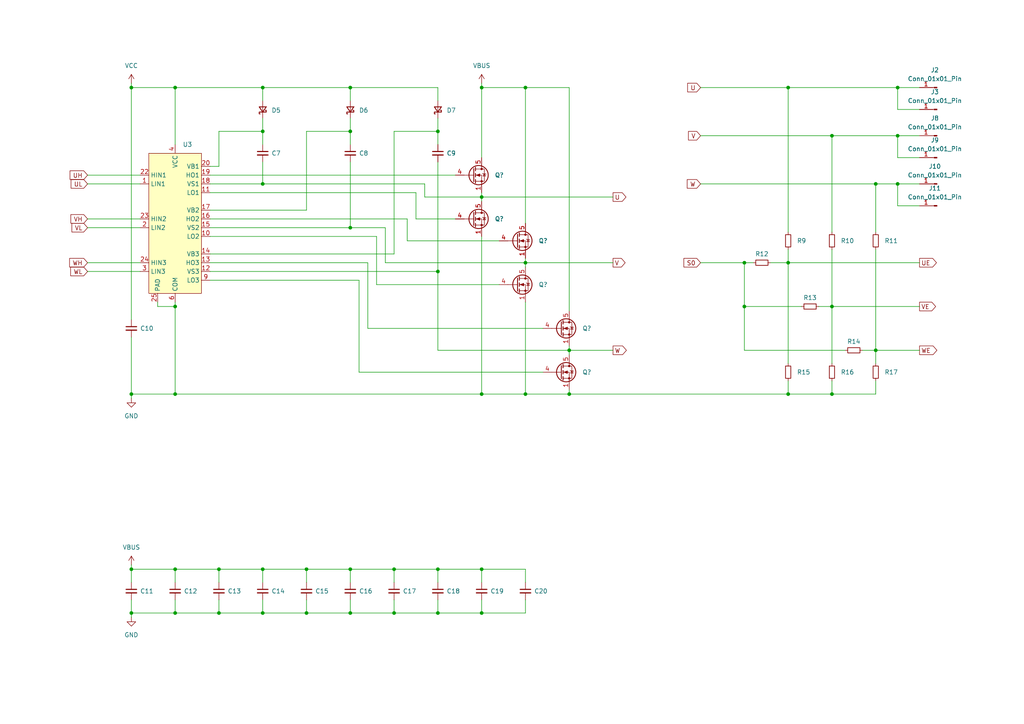
<source format=kicad_sch>
(kicad_sch (version 20231120) (generator "eeschema") (generator_version "8.0")
  (paper "A4")
  (title_block (title "ECOM ESC") (date "2023-11-07") (rev "1.0") (company "ECOM"))
  (lib_symbols
    (symbol "Connector:Conn_01x01_Pin" (pin_names (offset 1.016) hide)
      (property "Reference" "J" (at 0 2.54 0))
      (property "Value" "Conn_01x01_Pin" (at 0 -2.54 0))
      (symbol "Conn_01x01_Pin_1_1"
        (polyline (pts (xy 1.27 0) (xy 0.8636 0)) (stroke (width 0.1524)))
        (rectangle (start 0.8636 0.127) (end 0 -0.127) (stroke (width 0.1524)) (fill (type outline)))
        (pin passive line (at 5.08 0 180) (length 3.81) (name "Pin_1") (number "1"))
      )
    )
    (symbol "LibProj:CSD17578Q5A" (pin_names hide)
      (property "Reference" "Q" (at 5.08 1.905 0))
      (property "Value" "CSD17578Q5A" (at 5.08 0 0))
      (symbol "CSD17578Q5A_0_1"
        (polyline (pts (xy 0.254 0) (xy -2.54 0)))
        (polyline (pts (xy 0.254 1.905) (xy 0.254 -1.905)) (stroke (width 0.254)))
        (polyline (pts (xy 0.762 -1.27) (xy 0.762 -2.286)) (stroke (width 0.254)))
        (polyline (pts (xy 0.762 0.508) (xy 0.762 -0.508)) (stroke (width 0.254)))
        (polyline (pts (xy 0.762 2.286) (xy 0.762 1.27)) (stroke (width 0.254)))
        (polyline (pts (xy 2.54 2.54) (xy 2.54 1.778)))
        (polyline (pts (xy 2.54 -2.54) (xy 2.54 0) (xy 0.762 0)))
        (polyline (pts (xy 0.762 -1.778) (xy 3.302 -1.778) (xy 3.302 1.778) (xy 0.762 1.778)))
        (polyline (pts (xy 1.016 0) (xy 2.032 0.381) (xy 2.032 -0.381) (xy 1.016 0)) (fill (type outline)))
        (polyline (pts (xy 2.794 0.508) (xy 2.921 0.381) (xy 3.683 0.381) (xy 3.81 0.254)))
        (polyline (pts (xy 3.302 0.381) (xy 2.921 -0.254) (xy 3.683 -0.254) (xy 3.302 0.381)))
        (circle (center 1.651 0) (radius 2.794) (stroke (width 0.254)))
        (circle (center 2.54 -1.778) (radius 0.254) (fill (type outline)))
        (circle (center 2.54 1.778) (radius 0.254) (fill (type outline)))
      )
      (symbol "CSD17578Q5A_1_1"
        (pin passive line (at 2.54 -5.08 90) (length 2.54) (name "S") (number "1"))
        (pin passive line (at 2.54 -5.08 90) (length 2.54) hide (name "S") (number "2"))
        (pin passive line (at 2.54 -5.08 90) (length 2.54) hide (name "S") (number "3"))
        (pin passive line (at -5.08 0 0) (length 2.54) (name "G") (number "4"))
        (pin passive line (at 2.54 5.08 270) (length 2.54) (name "D") (number "5"))
      )
    )
    (symbol "LibProj:C_Small" (pin_numbers hide) (pin_names (offset 0.254) hide)
      (property "Reference" "C" (at 0.254 1.778 0))
      (property "Value" "C_Small" (at 0.254 -2.032 0))
      (symbol "C_Small_0_1"
        (polyline (pts (xy -1.524 -0.508) (xy 1.524 -0.508)) (stroke (width 0.3302)))
        (polyline (pts (xy -1.524 0.508) (xy 1.524 0.508)) (stroke (width 0.3048)))
      )
      (symbol "C_Small_1_1"
        (pin passive line (at 0 2.54 270) (length 2.032) (name "~") (number "1"))
        (pin passive line (at 0 -2.54 90) (length 2.032) (name "~") (number "2"))
      )
    )
    (symbol "LibProj:D_Schottky_Small" (pin_numbers hide) (pin_names (offset 0.254) hide)
      (property "Reference" "D" (at -1.27 2.032 0))
      (property "Value" "D_Schottky_Small" (at -7.112 -2.032 0))
      (symbol "D_Schottky_Small_0_1"
        (polyline (pts (xy -0.762 0) (xy 0.762 0)))
        (polyline (pts (xy 0.762 -1.016) (xy -0.762 0) (xy 0.762 1.016) (xy 0.762 -1.016)) (stroke (width 0.254)))
        (polyline (pts (xy -1.27 0.762) (xy -1.27 1.016) (xy -0.762 1.016) (xy -0.762 -1.016) (xy -0.254 -1.016) (xy -0.254 -0.762)) (stroke (width 0.254)))
      )
      (symbol "D_Schottky_Small_1_1"
        (pin passive line (at -2.54 0 0) (length 1.778) (name "K") (number "1"))
        (pin passive line (at 2.54 0 180) (length 1.778) (name "A") (number "2"))
      )
    )
    (symbol "LibProj:FD6288Q"
      (property "Reference" "U" (at 1.27 21.59 0))
      (property "Value" "FD6288Q" (at 1.27 -21.59 0))
      (symbol "FD6288Q_1_1"
        (rectangle (start -7.62 20.32) (end 7.62 -20.32) (fill (type background)))
        (pin passive line (at -10.16 11.43 0) (length 2.54) (name "LIN1") (number "1"))
        (pin passive line (at 10.16 -3.81 180) (length 2.54) (name "LO2") (number "10"))
        (pin passive line (at 10.16 8.89 180) (length 2.54) (name "LO1") (number "11"))
        (pin passive line (at 10.16 -13.97 180) (length 2.54) (name "VS3") (number "12"))
        (pin passive line (at 10.16 -11.43 180) (length 2.54) (name "HO3") (number "13"))
        (pin passive line (at 10.16 -8.89 180) (length 2.54) (name "VB3") (number "14"))
        (pin passive line (at 10.16 -1.27 180) (length 2.54) (name "VS2") (number "15"))
        (pin passive line (at 10.16 1.27 180) (length 2.54) (name "HO2") (number "16"))
        (pin passive line (at 10.16 3.81 180) (length 2.54) (name "VB2") (number "17"))
        (pin passive line (at 10.16 11.43 180) (length 2.54) (name "VS1") (number "18"))
        (pin passive line (at 10.16 13.97 180) (length 2.54) (name "HO1") (number "19"))
        (pin passive line (at -10.16 -1.27 0) (length 2.54) (name "LIN2") (number "2"))
        (pin passive line (at 10.16 16.51 180) (length 2.54) (name "VB1") (number "20"))
        (pin no_connect line (at -6.35 22.86 270) (length 2.54) hide (name "NC") (number "21"))
        (pin passive line (at -10.16 13.97 0) (length 2.54) (name "HIN1") (number "22"))
        (pin passive line (at -10.16 1.27 0) (length 2.54) (name "HIN2") (number "23"))
        (pin passive line (at -10.16 -11.43 0) (length 2.54) (name "HIN3") (number "24"))
        (pin passive line (at -5.08 -22.86 90) (length 2.54) (name "PAD") (number "25"))
        (pin passive line (at -10.16 -13.97 0) (length 2.54) (name "LIN3") (number "3"))
        (pin passive line (at 0 22.86 270) (length 2.54) (name "VCC") (number "4"))
        (pin no_connect line (at -10.16 6.35 0) (length 2.54) hide (name "NC") (number "5"))
        (pin passive line (at 0 -22.86 90) (length 2.54) (name "COM") (number "6"))
        (pin no_connect line (at -10.16 -6.35 0) (length 2.54) hide (name "NC") (number "7"))
        (pin passive line (at 10.16 -16.51 180) (length 2.54) (name "LO3") (number "9"))
      )
    )
    (symbol "LibProj:R_Small" (pin_numbers hide) (pin_names (offset 0.254) hide)
      (property "Reference" "R" (at 0.762 0.508 0))
      (property "Value" "R_Small" (at 0.762 -1.016 0))
      (symbol "R_Small_0_1"
        (rectangle (start -0.762 1.778) (end 0.762 -1.778) (stroke (width 0.2032)))
      )
      (symbol "R_Small_1_1"
        (pin passive line (at 0 2.54 270) (length 0.762) (name "~") (number "1"))
        (pin passive line (at 0 -2.54 90) (length 0.762) (name "~") (number "2"))
      )
    )
    (symbol "power:GND" (power) (pin_numbers hide) (pin_names (offset 0) hide)
      (property "Value" "GND" (at 0 -3.81 0))
      (symbol "GND_0_1"
        (polyline (pts (xy 0 0) (xy 0 -1.27) (xy 1.27 -1.27) (xy 0 -2.54) (xy -1.27 -1.27) (xy 0 -1.27)))
      )
      (symbol "GND_1_1"
        (pin power_in line (at 0 0 270) (length 0) (name "~") (number "1"))
      )
    )
    (symbol "power:VBUS" (power) (pin_numbers hide) (pin_names (offset 0) hide)
      (property "Value" "VBUS" (at 0 3.556 0))
      (symbol "VBUS_0_1"
        (polyline (pts (xy -0.762 1.27) (xy 0 2.54)))
        (polyline (pts (xy 0 0) (xy 0 2.54)))
        (polyline (pts (xy 0 2.54) (xy 0.762 1.27)))
      )
      (symbol "VBUS_1_1"
        (pin power_in line (at 0 0 90) (length 0) (name "~") (number "1"))
      )
    )
    (symbol "power:VCC" (power) (pin_numbers hide) (pin_names (offset 0) hide)
      (property "Value" "VCC" (at 0 3.556 0))
      (symbol "VCC_0_1"
        (polyline (pts (xy -0.762 1.27) (xy 0 2.54)))
        (polyline (pts (xy 0 0) (xy 0 2.54)))
        (polyline (pts (xy 0 2.54) (xy 0.762 1.27)))
      )
      (symbol "VCC_1_1"
        (pin power_in line (at 0 0 90) (length 0) (name "~") (number "1"))
      )
    )
  )
  (junction (at 152.4 25.4))
  (junction (at 228.6 76.2))
  (junction (at 165.1 114.3))
  (junction (at 152.4 76.2))
  (junction (at 76.2 165.1))
  (junction (at 76.2 25.4))
  (junction (at 101.6 66.04))
  (junction (at 254 101.6))
  (junction (at 88.9 165.1))
  (junction (at 63.5 165.1))
  (junction (at 127 177.8))
  (junction (at 228.6 25.4))
  (junction (at 260.35 25.4))
  (junction (at 139.7 177.8))
  (junction (at 260.35 53.34))
  (junction (at 139.7 25.4))
  (junction (at 114.3 177.8))
  (junction (at 76.2 53.34))
  (junction (at 76.2 177.8))
  (junction (at 50.8 25.4))
  (junction (at 101.6 165.1))
  (junction (at 127 78.74))
  (junction (at 101.6 38.1))
  (junction (at 228.6 114.3))
  (junction (at 139.7 57.15))
  (junction (at 101.6 25.4))
  (junction (at 215.9 88.9))
  (junction (at 63.5 177.8))
  (junction (at 260.35 39.37))
  (junction (at 50.8 88.9))
  (junction (at 241.3 114.3))
  (junction (at 241.3 39.37))
  (junction (at 76.2 38.1))
  (junction (at 101.6 177.8))
  (junction (at 38.1 114.3))
  (junction (at 50.8 177.8))
  (junction (at 38.1 165.1))
  (junction (at 165.1 101.6))
  (junction (at 50.8 114.3))
  (junction (at 215.9 76.2))
  (junction (at 38.1 177.8))
  (junction (at 127 38.1))
  (junction (at 114.3 165.1))
  (junction (at 50.8 165.1))
  (junction (at 88.9 177.8))
  (junction (at 38.1 25.4))
  (junction (at 254 53.34))
  (junction (at 139.7 114.3))
  (junction (at 241.3 88.9))
  (junction (at 139.7 165.1))
  (junction (at 127 165.1))
  (junction (at 152.4 114.3))
  (wire (pts (xy 254 53.34) (xy 260.35 53.34)))
  (wire (pts (xy 50.8 168.91) (xy 50.8 165.1)))
  (wire (pts (xy 127 78.74) (xy 127 101.6)))
  (wire (pts (xy 215.9 101.6) (xy 215.9 88.9)))
  (wire (pts (xy 118.11 63.5) (xy 60.96 63.5)))
  (wire (pts (xy 101.6 46.99) (xy 101.6 66.04)))
  (wire (pts (xy 111.76 66.04) (xy 111.76 76.2)))
  (wire (pts (xy 203.2 76.2) (xy 215.9 76.2)))
  (wire (pts (xy 139.7 68.58) (xy 139.7 114.3)))
  (wire (pts (xy 254 114.3) (xy 254 110.49)))
  (wire (pts (xy 38.1 25.4) (xy 50.8 25.4)))
  (wire (pts (xy 45.72 87.63) (xy 45.72 88.9)))
  (wire (pts (xy 88.9 60.96) (xy 88.9 38.1)))
  (wire (pts (xy 152.4 25.4) (xy 139.7 25.4)))
  (wire (pts (xy 165.1 100.33) (xy 165.1 101.6)))
  (wire (pts (xy 60.96 53.34) (xy 76.2 53.34)))
  (wire (pts (xy 241.3 39.37) (xy 260.35 39.37)))
  (wire (pts (xy 266.7 45.72) (xy 260.35 45.72)))
  (wire (pts (xy 50.8 177.8) (xy 38.1 177.8)))
  (wire (pts (xy 101.6 173.99) (xy 101.6 177.8)))
  (wire (pts (xy 139.7 177.8) (xy 127 177.8)))
  (wire (pts (xy 101.6 66.04) (xy 111.76 66.04)))
  (wire (pts (xy 38.1 177.8) (xy 38.1 179.07)))
  (wire (pts (xy 76.2 53.34) (xy 76.2 46.99)))
  (wire (pts (xy 101.6 38.1) (xy 101.6 41.91)))
  (wire (pts (xy 38.1 25.4) (xy 38.1 92.71)))
  (wire (pts (xy 120.65 55.88) (xy 120.65 63.5)))
  (wire (pts (xy 203.2 53.34) (xy 254 53.34)))
  (wire (pts (xy 241.3 110.49) (xy 241.3 114.3)))
  (wire (pts (xy 241.3 88.9) (xy 241.3 105.41)))
  (wire (pts (xy 50.8 114.3) (xy 139.7 114.3)))
  (wire (pts (xy 101.6 66.04) (xy 60.96 66.04)))
  (wire (pts (xy 60.96 48.26) (xy 63.5 48.26)))
  (wire (pts (xy 152.4 87.63) (xy 152.4 114.3)))
  (wire (pts (xy 254 53.34) (xy 254 67.31)))
  (wire (pts (xy 76.2 34.29) (xy 76.2 38.1)))
  (wire (pts (xy 38.1 163.83) (xy 38.1 165.1)))
  (wire (pts (xy 127 25.4) (xy 127 29.21)))
  (wire (pts (xy 114.3 177.8) (xy 101.6 177.8)))
  (wire (pts (xy 114.3 165.1) (xy 114.3 168.91)))
  (wire (pts (xy 127 38.1) (xy 127 41.91)))
  (wire (pts (xy 260.35 53.34) (xy 266.7 53.34)))
  (wire (pts (xy 254 101.6) (xy 254 105.41)))
  (wire (pts (xy 260.35 31.75) (xy 260.35 25.4)))
  (wire (pts (xy 203.2 39.37) (xy 241.3 39.37)))
  (wire (pts (xy 88.9 173.99) (xy 88.9 177.8)))
  (wire (pts (xy 38.1 173.99) (xy 38.1 177.8)))
  (wire (pts (xy 127 165.1) (xy 127 168.91)))
  (wire (pts (xy 139.7 24.13) (xy 139.7 25.4)))
  (wire (pts (xy 76.2 173.99) (xy 76.2 177.8)))
  (wire (pts (xy 60.96 68.58) (xy 109.22 68.58)))
  (wire (pts (xy 228.6 25.4) (xy 228.6 67.31)))
  (wire (pts (xy 127 101.6) (xy 165.1 101.6)))
  (wire (pts (xy 127 165.1) (xy 139.7 165.1)))
  (wire (pts (xy 260.35 59.69) (xy 266.7 59.69)))
  (wire (pts (xy 101.6 165.1) (xy 114.3 165.1)))
  (wire (pts (xy 101.6 34.29) (xy 101.6 38.1)))
  (wire (pts (xy 127 78.74) (xy 60.96 78.74)))
  (wire (pts (xy 50.8 88.9) (xy 50.8 114.3)))
  (wire (pts (xy 114.3 173.99) (xy 114.3 177.8)))
  (wire (pts (xy 88.9 165.1) (xy 88.9 168.91)))
  (wire (pts (xy 60.96 55.88) (xy 120.65 55.88)))
  (wire (pts (xy 111.76 76.2) (xy 152.4 76.2)))
  (wire (pts (xy 139.7 25.4) (xy 139.7 45.72)))
  (wire (pts (xy 101.6 165.1) (xy 101.6 168.91)))
  (wire (pts (xy 25.4 78.74) (xy 40.64 78.74)))
  (wire (pts (xy 109.22 68.58) (xy 109.22 82.55)))
  (wire (pts (xy 260.35 25.4) (xy 266.7 25.4)))
  (wire (pts (xy 104.14 107.95) (xy 157.48 107.95)))
  (wire (pts (xy 228.6 25.4) (xy 260.35 25.4)))
  (wire (pts (xy 245.11 101.6) (xy 215.9 101.6)))
  (wire (pts (xy 203.2 25.4) (xy 228.6 25.4)))
  (wire (pts (xy 228.6 110.49) (xy 228.6 114.3)))
  (wire (pts (xy 127 46.99) (xy 127 78.74)))
  (wire (pts (xy 250.19 101.6) (xy 254 101.6)))
  (wire (pts (xy 50.8 173.99) (xy 50.8 177.8)))
  (wire (pts (xy 60.96 81.28) (xy 104.14 81.28)))
  (wire (pts (xy 223.52 76.2) (xy 228.6 76.2)))
  (wire (pts (xy 25.4 76.2) (xy 40.64 76.2)))
  (wire (pts (xy 139.7 173.99) (xy 139.7 177.8)))
  (wire (pts (xy 63.5 165.1) (xy 50.8 165.1)))
  (wire (pts (xy 152.4 173.99) (xy 152.4 177.8)))
  (wire (pts (xy 139.7 57.15) (xy 139.7 58.42)))
  (wire (pts (xy 152.4 114.3) (xy 165.1 114.3)))
  (wire (pts (xy 114.3 38.1) (xy 127 38.1)))
  (wire (pts (xy 165.1 101.6) (xy 177.8 101.6)))
  (wire (pts (xy 106.68 76.2) (xy 60.96 76.2)))
  (wire (pts (xy 25.4 63.5) (xy 40.64 63.5)))
  (wire (pts (xy 76.2 168.91) (xy 76.2 165.1)))
  (wire (pts (xy 237.49 88.9) (xy 241.3 88.9)))
  (wire (pts (xy 152.4 76.2) (xy 152.4 77.47)))
  (wire (pts (xy 165.1 25.4) (xy 165.1 90.17)))
  (wire (pts (xy 165.1 114.3) (xy 165.1 113.03)))
  (wire (pts (xy 38.1 114.3) (xy 50.8 114.3)))
  (wire (pts (xy 114.3 73.66) (xy 114.3 38.1)))
  (wire (pts (xy 38.1 97.79) (xy 38.1 114.3)))
  (wire (pts (xy 241.3 72.39) (xy 241.3 88.9)))
  (wire (pts (xy 139.7 114.3) (xy 152.4 114.3)))
  (wire (pts (xy 139.7 57.15) (xy 177.8 57.15)))
  (wire (pts (xy 106.68 95.25) (xy 106.68 76.2)))
  (wire (pts (xy 104.14 81.28) (xy 104.14 107.95)))
  (wire (pts (xy 228.6 76.2) (xy 228.6 105.41)))
  (wire (pts (xy 228.6 114.3) (xy 241.3 114.3)))
  (wire (pts (xy 165.1 101.6) (xy 165.1 102.87)))
  (wire (pts (xy 139.7 165.1) (xy 152.4 165.1)))
  (wire (pts (xy 260.35 53.34) (xy 260.35 59.69)))
  (wire (pts (xy 101.6 25.4) (xy 127 25.4)))
  (wire (pts (xy 152.4 25.4) (xy 152.4 64.77)))
  (wire (pts (xy 38.1 24.13) (xy 38.1 25.4)))
  (wire (pts (xy 38.1 165.1) (xy 38.1 168.91)))
  (wire (pts (xy 215.9 76.2) (xy 218.44 76.2)))
  (wire (pts (xy 50.8 25.4) (xy 76.2 25.4)))
  (wire (pts (xy 76.2 165.1) (xy 88.9 165.1)))
  (wire (pts (xy 88.9 38.1) (xy 101.6 38.1)))
  (wire (pts (xy 260.35 39.37) (xy 260.35 45.72)))
  (wire (pts (xy 63.5 168.91) (xy 63.5 165.1)))
  (wire (pts (xy 25.4 66.04) (xy 40.64 66.04)))
  (wire (pts (xy 120.65 63.5) (xy 132.08 63.5)))
  (wire (pts (xy 76.2 25.4) (xy 76.2 29.21)))
  (wire (pts (xy 254 72.39) (xy 254 101.6)))
  (wire (pts (xy 109.22 82.55) (xy 144.78 82.55)))
  (wire (pts (xy 76.2 177.8) (xy 63.5 177.8)))
  (wire (pts (xy 63.5 48.26) (xy 63.5 38.1)))
  (wire (pts (xy 88.9 177.8) (xy 76.2 177.8)))
  (wire (pts (xy 50.8 25.4) (xy 50.8 41.91)))
  (wire (pts (xy 127 173.99) (xy 127 177.8)))
  (wire (pts (xy 241.3 114.3) (xy 254 114.3)))
  (wire (pts (xy 50.8 87.63) (xy 50.8 88.9)))
  (wire (pts (xy 127 34.29) (xy 127 38.1)))
  (wire (pts (xy 123.19 53.34) (xy 123.19 57.15)))
  (wire (pts (xy 152.4 168.91) (xy 152.4 165.1)))
  (wire (pts (xy 60.96 60.96) (xy 88.9 60.96)))
  (wire (pts (xy 118.11 69.85) (xy 118.11 63.5)))
  (wire (pts (xy 38.1 114.3) (xy 38.1 115.57)))
  (wire (pts (xy 25.4 53.34) (xy 40.64 53.34)))
  (wire (pts (xy 25.4 50.8) (xy 40.64 50.8)))
  (wire (pts (xy 50.8 165.1) (xy 38.1 165.1)))
  (wire (pts (xy 76.2 25.4) (xy 101.6 25.4)))
  (wire (pts (xy 101.6 177.8) (xy 88.9 177.8)))
  (wire (pts (xy 260.35 31.75) (xy 266.7 31.75)))
  (wire (pts (xy 76.2 38.1) (xy 76.2 41.91)))
  (wire (pts (xy 165.1 25.4) (xy 152.4 25.4)))
  (wire (pts (xy 139.7 55.88) (xy 139.7 57.15)))
  (wire (pts (xy 260.35 39.37) (xy 266.7 39.37)))
  (wire (pts (xy 157.48 95.25) (xy 106.68 95.25)))
  (wire (pts (xy 88.9 165.1) (xy 101.6 165.1)))
  (wire (pts (xy 63.5 177.8) (xy 50.8 177.8)))
  (wire (pts (xy 241.3 39.37) (xy 241.3 67.31)))
  (wire (pts (xy 152.4 74.93) (xy 152.4 76.2)))
  (wire (pts (xy 215.9 88.9) (xy 232.41 88.9)))
  (wire (pts (xy 101.6 25.4) (xy 101.6 29.21)))
  (wire (pts (xy 254 101.6) (xy 266.7 101.6)))
  (wire (pts (xy 241.3 88.9) (xy 266.7 88.9)))
  (wire (pts (xy 139.7 165.1) (xy 139.7 168.91)))
  (wire (pts (xy 60.96 50.8) (xy 132.08 50.8)))
  (wire (pts (xy 63.5 173.99) (xy 63.5 177.8)))
  (wire (pts (xy 45.72 88.9) (xy 50.8 88.9)))
  (wire (pts (xy 228.6 76.2) (xy 266.7 76.2)))
  (wire (pts (xy 165.1 114.3) (xy 228.6 114.3)))
  (wire (pts (xy 152.4 177.8) (xy 139.7 177.8)))
  (wire (pts (xy 127 177.8) (xy 114.3 177.8)))
  (wire (pts (xy 228.6 72.39) (xy 228.6 76.2)))
  (wire (pts (xy 215.9 88.9) (xy 215.9 76.2)))
  (wire (pts (xy 60.96 73.66) (xy 114.3 73.66)))
  (wire (pts (xy 63.5 38.1) (xy 76.2 38.1)))
  (wire (pts (xy 152.4 76.2) (xy 177.8 76.2)))
  (wire (pts (xy 144.78 69.85) (xy 118.11 69.85)))
  (wire (pts (xy 76.2 53.34) (xy 123.19 53.34)))
  (wire (pts (xy 63.5 165.1) (xy 76.2 165.1)))
  (wire (pts (xy 123.19 57.15) (xy 139.7 57.15)))
  (wire (pts (xy 114.3 165.1) (xy 127 165.1)))
  (global_label "UE" (shape output) (at 266.7 76.2 0) (property "Intersheetrefs" "${INTERSHEET_REFS}" (effects (hide yes))))
  (global_label "V" (shape input) (at 203.2 39.37 180) (property "Intersheetrefs" "${INTERSHEET_REFS}" (effects (hide yes))))
  (global_label "U" (shape output) (at 177.8 57.15 0) (property "Intersheetrefs" "${INTERSHEET_REFS}" (effects (hide yes))))
  (global_label "S0" (shape input) (at 203.2 76.2 180) (property "Intersheetrefs" "${INTERSHEET_REFS}" (effects (hide yes))))
  (global_label "W" (shape input) (at 203.2 53.34 180) (property "Intersheetrefs" "${INTERSHEET_REFS}" (effects (hide yes))))
  (global_label "UL" (shape input) (at 25.4 53.34 180) (property "Intersheetrefs" "${INTERSHEET_REFS}" (effects (hide yes))))
  (global_label "V" (shape output) (at 177.8 76.2 0) (property "Intersheetrefs" "${INTERSHEET_REFS}" (effects (hide yes))))
  (global_label "UH" (shape input) (at 25.4 50.8 180) (property "Intersheetrefs" "${INTERSHEET_REFS}" (effects (hide yes))))
  (global_label "WE" (shape output) (at 266.7 101.6 0) (property "Intersheetrefs" "${INTERSHEET_REFS}" (effects (hide yes))))
  (global_label "VL" (shape input) (at 25.4 66.04 180) (property "Intersheetrefs" "${INTERSHEET_REFS}" (effects (hide yes))))
  (global_label "WH" (shape input) (at 25.4 76.2 180) (property "Intersheetrefs" "${INTERSHEET_REFS}" (effects (hide yes))))
  (global_label "W" (shape output) (at 177.8 101.6 0) (property "Intersheetrefs" "${INTERSHEET_REFS}" (effects (hide yes))))
  (global_label "VE" (shape output) (at 266.7 88.9 0) (property "Intersheetrefs" "${INTERSHEET_REFS}" (effects (hide yes))))
  (global_label "VH" (shape input) (at 25.4 63.5 180) (property "Intersheetrefs" "${INTERSHEET_REFS}" (effects (hide yes))))
  (global_label "U" (shape input) (at 203.2 25.4 180) (property "Intersheetrefs" "${INTERSHEET_REFS}" (effects (hide yes))))
  (global_label "WL" (shape input) (at 25.4 78.74 180) (property "Intersheetrefs" "${INTERSHEET_REFS}" (effects (hide yes))))
  (symbol (lib_id "LibProj:CSD17578Q5A") (at 149.86 82.55 0) (unit 1)
    (property "Reference" "Q?" (at 156.21 82.55 0) (effects (justify left)))
    (property "Value" "AP90N03Q" (effects (hide yes)))
    (property "Footprint" "Package_TO_SOT_SMD:TDSON-8-1" (effects (hide yes)))
    (property "Datasheet" "http://www.ti.com/lit/gpn/csd17578q5a" (effects (hide yes)))
    (property "Description" "25A Id, 30V Vds, NexFET N-Channel Power MOSFET, 6.9mOhm Ron, Qg (typ) 7.9nC, SON8 5x6mm" (effects (hide yes)))
    (property "JLCPCB Part #" "C2828593" (effects (hide yes)))
    (instances (project "HCU" (path "" (reference "Q?") (unit 1))) (project "AART11" (path "" (reference "Q8") (unit 1))) (project "DCU" (path "" (reference "Q?") (unit 1)) (path "" (reference "Q?") (unit 1))))
  )
  (symbol (lib_id "LibProj:C_Small") (at 76.2 171.45 0) (unit 1)
    (property "Reference" "C14" (at 78.74 171.4563 0) (effects (justify left)))
    (property "Value" "22uF" (effects (hide yes)))
    (property "Footprint" "Capacitor_SMD:C_0805_2012Metric" (effects (hide yes)))
    (property "Description" "Unpolarized capacitor, small symbol" (effects (hide yes)))
    (property "JLCPCB Part #" "C45783" (effects (hide yes)))
    (property "Rating" "X5R - 25V - ±20%" (effects (hide yes)))
  )
  (symbol (lib_id "power:GND") (at 38.1 115.57 0) (unit 1)
    (property "Reference" "#PWR014" (effects (hide yes)))
    (property "Value" "GND" (at 38.1 120.65 0))
    (property "Description" "Power symbol creates a global label with name \"GND\" , ground" (effects (hide yes)))
  )
  (symbol (lib_id "LibProj:CSD17578Q5A") (at 162.56 95.25 0) (unit 1)
    (property "Reference" "Q?" (at 168.91 95.25 0) (effects (justify left)))
    (property "Value" "AP90N03Q" (effects (hide yes)))
    (property "Footprint" "Package_TO_SOT_SMD:TDSON-8-1" (effects (hide yes)))
    (property "Datasheet" "http://www.ti.com/lit/gpn/csd17578q5a" (effects (hide yes)))
    (property "Description" "25A Id, 30V Vds, NexFET N-Channel Power MOSFET, 6.9mOhm Ron, Qg (typ) 7.9nC, SON8 5x6mm" (effects (hide yes)))
    (property "JLCPCB Part #" "C2828593" (effects (hide yes)))
    (instances (project "HCU" (path "" (reference "Q?") (unit 1))) (project "AART11" (path "" (reference "Q9") (unit 1))) (project "DCU" (path "" (reference "Q?") (unit 1)) (path "" (reference "Q?") (unit 1))))
  )
  (symbol (lib_id "LibProj:R_Small") (at 241.3 69.85 0) (unit 1)
    (property "Reference" "R10" (at 243.84 69.85 0) (effects (justify left)))
    (property "Value" "10k" (effects (hide yes)))
    (property "Footprint" "Resistor_SMD:R_0402_1005Metric" (effects (hide yes)))
    (property "Description" "Resistor, small symbol" (effects (hide yes)))
    (property "JLCPCB Part #" "C25744" (effects (hide yes)))
    (property "Rating" "62.5mW - ±1%" (effects (hide yes)))
  )
  (symbol (lib_id "LibProj:C_Small") (at 88.9 171.45 0) (unit 1)
    (property "Reference" "C15" (at 91.44 171.4563 0) (effects (justify left)))
    (property "Value" "22uF" (effects (hide yes)))
    (property "Footprint" "Capacitor_SMD:C_0805_2012Metric" (effects (hide yes)))
    (property "Description" "Unpolarized capacitor, small symbol" (effects (hide yes)))
    (property "JLCPCB Part #" "C45783" (effects (hide yes)))
    (property "Rating" "X5R - 25V - ±20%" (effects (hide yes)))
  )
  (symbol (lib_id "LibProj:C_Small") (at 127 44.45 0) (unit 1)
    (property "Reference" "C9" (at 129.54 44.4563 0) (effects (justify left)))
    (property "Value" "220nF" (effects (hide yes)))
    (property "Footprint" "Capacitor_SMD:C_0603_1608Metric" (effects (hide yes)))
    (property "Description" "Unpolarized capacitor, small symbol" (effects (hide yes)))
    (property "JLCPCB Part #" "C21120" (effects (hide yes)))
    (property "Rating" "X7R - 25V - ±10%" (effects (hide yes)))
  )
  (symbol (lib_id "LibProj:R_Small") (at 228.6 69.85 0) (unit 1)
    (property "Reference" "R9" (at 231.14 69.85 0) (effects (justify left)))
    (property "Value" "10k" (effects (hide yes)))
    (property "Footprint" "Resistor_SMD:R_0402_1005Metric" (effects (hide yes)))
    (property "Description" "Resistor, small symbol" (effects (hide yes)))
    (property "JLCPCB Part #" "C25744" (effects (hide yes)))
    (property "Rating" "62.5mW - ±1%" (effects (hide yes)))
  )
  (symbol (lib_id "LibProj:C_Small") (at 50.8 171.45 0) (unit 1)
    (property "Reference" "C12" (at 53.34 171.4563 0) (effects (justify left)))
    (property "Value" "22uF" (effects (hide yes)))
    (property "Footprint" "Capacitor_SMD:C_0805_2012Metric" (effects (hide yes)))
    (property "Description" "Unpolarized capacitor, small symbol" (effects (hide yes)))
    (property "JLCPCB Part #" "C45783" (effects (hide yes)))
    (property "Rating" "X5R - 25V - ±20%" (effects (hide yes)))
  )
  (symbol (lib_id "power:GND") (at 38.1 179.07 0) (unit 1)
    (property "Reference" "#PWR016" (effects (hide yes)))
    (property "Value" "GND" (at 38.1 184.15 0))
    (property "Description" "Power symbol creates a global label with name \"GND\" , ground" (effects (hide yes)))
  )
  (symbol (lib_id "Connector:Conn_01x01_Pin") (at 271.78 53.34 0) (mirror y) (unit 1)
    (property "Reference" "J10" (at 271.145 48.26 0))
    (property "Value" "Conn_01x01_Pin" (at 271.145 50.8 0))
    (property "Footprint" "Connector_Wire:SolderWire-0.15sqmm_1x01_D0.5mm_OD1.5mm" (effects (hide yes)))
    (property "Description" "Generic connector, single row, 01x01, script generated" (effects (hide yes)))
  )
  (symbol (lib_id "LibProj:CSD17578Q5A") (at 137.16 50.8 0) (unit 1)
    (property "Reference" "Q?" (at 143.51 50.8 0) (effects (justify left)))
    (property "Value" "AP90N03Q" (effects (hide yes)))
    (property "Footprint" "Package_TO_SOT_SMD:TDSON-8-1" (effects (hide yes)))
    (property "Datasheet" "http://www.ti.com/lit/gpn/csd17578q5a" (effects (hide yes)))
    (property "Description" "25A Id, 30V Vds, NexFET N-Channel Power MOSFET, 6.9mOhm Ron, Qg (typ) 7.9nC, SON8 5x6mm" (effects (hide yes)))
    (property "JLCPCB Part #" "C2828593" (effects (hide yes)))
    (instances (project "HCU" (path "" (reference "Q?") (unit 1))) (project "AART11" (path "" (reference "Q5") (unit 1))) (project "DCU" (path "" (reference "Q?") (unit 1)) (path "" (reference "Q?") (unit 1))))
  )
  (symbol (lib_id "power:VBUS") (at 38.1 163.83 0) (unit 1)
    (property "Reference" "#PWR015" (effects (hide yes)))
    (property "Value" "VBUS" (at 38.1 158.75 0))
    (property "Description" "Power symbol creates a global label with name \"VBUS\"" (effects (hide yes)))
  )
  (symbol (lib_id "Connector:Conn_01x01_Pin") (at 271.78 25.4 0) (mirror y) (unit 1)
    (property "Reference" "J2" (at 271.145 20.32 0))
    (property "Value" "Conn_01x01_Pin" (at 271.145 22.86 0))
    (property "Footprint" "Connector_Wire:SolderWire-0.15sqmm_1x01_D0.5mm_OD1.5mm" (effects (hide yes)))
    (property "Description" "Generic connector, single row, 01x01, script generated" (effects (hide yes)))
  )
  (symbol (lib_id "Connector:Conn_01x01_Pin") (at 271.78 59.69 0) (mirror y) (unit 1)
    (property "Reference" "J11" (at 271.145 54.61 0))
    (property "Value" "Conn_01x01_Pin" (at 271.145 57.15 0))
    (property "Footprint" "Connector_Wire:SolderWire-0.15sqmm_1x01_D0.5mm_OD1.5mm" (effects (hide yes)))
    (property "Description" "Generic connector, single row, 01x01, script generated" (effects (hide yes)))
  )
  (symbol (lib_id "LibProj:CSD17578Q5A") (at 149.86 69.85 0) (unit 1)
    (property "Reference" "Q?" (at 156.21 69.85 0) (effects (justify left)))
    (property "Value" "AP90N03Q" (effects (hide yes)))
    (property "Footprint" "Package_TO_SOT_SMD:TDSON-8-1" (effects (hide yes)))
    (property "Datasheet" "http://www.ti.com/lit/gpn/csd17578q5a" (effects (hide yes)))
    (property "Description" "25A Id, 30V Vds, NexFET N-Channel Power MOSFET, 6.9mOhm Ron, Qg (typ) 7.9nC, SON8 5x6mm" (effects (hide yes)))
    (property "JLCPCB Part #" "C2828593" (effects (hide yes)))
    (instances (project "HCU" (path "" (reference "Q?") (unit 1))) (project "AART11" (path "" (reference "Q7") (unit 1))) (project "DCU" (path "" (reference "Q?") (unit 1)) (path "" (reference "Q?") (unit 1))))
  )
  (symbol (lib_id "LibProj:R_Small") (at 228.6 107.95 0) (unit 1)
    (property "Reference" "R15" (at 231.14 107.95 0) (effects (justify left)))
    (property "Value" "2k2" (effects (hide yes)))
    (property "Footprint" "Resistor_SMD:R_0402_1005Metric" (effects (hide yes)))
    (property "Description" "Resistor, small symbol" (effects (hide yes)))
    (property "JLCPCB Part #" "C25879" (effects (hide yes)))
    (property "Rating" "62.5mW - ±1%" (effects (hide yes)))
  )
  (symbol (lib_id "LibProj:R_Small") (at 241.3 107.95 0) (unit 1)
    (property "Reference" "R16" (at 243.84 107.95 0) (effects (justify left)))
    (property "Value" "2k2" (effects (hide yes)))
    (property "Footprint" "Resistor_SMD:R_0402_1005Metric" (effects (hide yes)))
    (property "Description" "Resistor, small symbol" (effects (hide yes)))
    (property "JLCPCB Part #" "C25879" (effects (hide yes)))
    (property "Rating" "62.5mW - ±1%" (effects (hide yes)))
  )
  (symbol (lib_id "LibProj:C_Small") (at 76.2 44.45 0) (unit 1)
    (property "Reference" "C7" (at 78.74 44.4563 0) (effects (justify left)))
    (property "Value" "220nF" (effects (hide yes)))
    (property "Footprint" "Capacitor_SMD:C_0603_1608Metric" (effects (hide yes)))
    (property "Description" "Unpolarized capacitor, small symbol" (effects (hide yes)))
    (property "JLCPCB Part #" "C21120" (effects (hide yes)))
    (property "Rating" "X7R - 25V - ±10%" (effects (hide yes)))
  )
  (symbol (lib_id "LibProj:C_Small") (at 101.6 44.45 0) (unit 1)
    (property "Reference" "C8" (at 104.14 44.4563 0) (effects (justify left)))
    (property "Value" "220nF" (effects (hide yes)))
    (property "Footprint" "Capacitor_SMD:C_0603_1608Metric" (effects (hide yes)))
    (property "Description" "Unpolarized capacitor, small symbol" (effects (hide yes)))
    (property "JLCPCB Part #" "C21120" (effects (hide yes)))
    (property "Rating" "X7R - 25V - ±10%" (effects (hide yes)))
  )
  (symbol (lib_id "LibProj:C_Small") (at 38.1 171.45 0) (unit 1)
    (property "Reference" "C11" (at 40.64 171.4563 0) (effects (justify left)))
    (property "Value" "22uF" (effects (hide yes)))
    (property "Footprint" "Capacitor_SMD:C_0805_2012Metric" (effects (hide yes)))
    (property "Description" "Unpolarized capacitor, small symbol" (effects (hide yes)))
    (property "JLCPCB Part #" "C45783" (effects (hide yes)))
    (property "Rating" "X5R - 25V - ±20%" (effects (hide yes)))
  )
  (symbol (lib_id "power:VCC") (at 38.1 24.13 0) (unit 1)
    (property "Reference" "#PWR012" (effects (hide yes)))
    (property "Value" "VCC" (at 38.1 19.05 0))
    (property "Description" "Power symbol creates a global label with name \"VCC\"" (effects (hide yes)))
  )
  (symbol (lib_id "LibProj:R_Small") (at 220.98 76.2 270) (unit 1)
    (property "Reference" "R12" (at 220.98 73.66 90))
    (property "Value" "10k" (effects (hide yes)))
    (property "Footprint" "Resistor_SMD:R_0402_1005Metric" (effects (hide yes)))
    (property "Description" "Resistor, small symbol" (effects (hide yes)))
    (property "JLCPCB Part #" "C25744" (effects (hide yes)))
    (property "Rating" "62.5mW - ±1%" (effects (hide yes)))
  )
  (symbol (lib_id "LibProj:C_Small") (at 38.1 95.25 0) (unit 1)
    (property "Reference" "C10" (at 40.64 95.2563 0) (effects (justify left)))
    (property "Value" "1uF" (effects (hide yes)))
    (property "Footprint" "Capacitor_SMD:C_0603_1608Metric" (effects (hide yes)))
    (property "Description" "Unpolarized capacitor, small symbol" (effects (hide yes)))
    (property "JLCPCB Part #" "C15849" (effects (hide yes)))
    (property "Rating" "X5R - 50V - ±10%" (effects (hide yes)))
  )
  (symbol (lib_id "Connector:Conn_01x01_Pin") (at 271.78 31.75 0) (mirror y) (unit 1)
    (property "Reference" "J3" (at 271.145 26.67 0))
    (property "Value" "Conn_01x01_Pin" (at 271.145 29.21 0))
    (property "Footprint" "Connector_Wire:SolderWire-0.15sqmm_1x01_D0.5mm_OD1.5mm" (effects (hide yes)))
    (property "Description" "Generic connector, single row, 01x01, script generated" (effects (hide yes)))
  )
  (symbol (lib_id "LibProj:D_Schottky_Small") (at 127 31.75 90) (unit 1)
    (property "Reference" "D7" (at 129.54 32.004 90) (effects (justify right)))
    (property "Value" "RB521SM-40T2R" (effects (hide yes)))
    (property "Footprint" "Diode_SMD:D_SOD-523" (effects (hide yes)))
    (property "Description" "Schottky diode, small symbol" (effects (hide yes)))
    (property "JLCPCB Part #" "C253516" (effects (hide yes)))
  )
  (symbol (lib_id "LibProj:FD6288Q") (at 50.8 64.77 0) (unit 1)
    (property "Reference" "U3" (at 52.9941 41.91 0) (effects (justify left)))
    (property "Value" "FD6288Q" (effects (hide yes)))
    (property "Footprint" "Package_DFN_QFN:QFN-24-1EP_4x4mm_P0.5mm_EP2.6x2.6mm" (effects (hide yes)))
    (property "JLCPCB Part #" "C328453" (effects (hide yes)))
  )
  (symbol (lib_id "LibProj:C_Small") (at 152.4 171.45 0) (unit 1)
    (property "Reference" "C20" (at 154.94 171.4563 0) (effects (justify left)))
    (property "Value" "22uF" (effects (hide yes)))
    (property "Footprint" "Capacitor_SMD:C_0805_2012Metric" (effects (hide yes)))
    (property "Description" "Unpolarized capacitor, small symbol" (effects (hide yes)))
    (property "JLCPCB Part #" "C45783" (effects (hide yes)))
    (property "Rating" "X5R - 25V - ±20%" (effects (hide yes)))
  )
  (symbol (lib_id "LibProj:C_Small") (at 63.5 171.45 0) (unit 1)
    (property "Reference" "C13" (at 66.04 171.4563 0) (effects (justify left)))
    (property "Value" "22uF" (effects (hide yes)))
    (property "Footprint" "Capacitor_SMD:C_0805_2012Metric" (effects (hide yes)))
    (property "Description" "Unpolarized capacitor, small symbol" (effects (hide yes)))
    (property "JLCPCB Part #" "C45783" (effects (hide yes)))
    (property "Rating" "X5R - 25V - ±20%" (effects (hide yes)))
  )
  (symbol (lib_id "LibProj:R_Small") (at 254 107.95 0) (unit 1)
    (property "Reference" "R17" (at 256.54 107.95 0) (effects (justify left)))
    (property "Value" "2k2" (effects (hide yes)))
    (property "Footprint" "Resistor_SMD:R_0402_1005Metric" (effects (hide yes)))
    (property "Description" "Resistor, small symbol" (effects (hide yes)))
    (property "JLCPCB Part #" "C25879" (effects (hide yes)))
    (property "Rating" "62.5mW - ±1%" (effects (hide yes)))
  )
  (symbol (lib_id "power:VBUS") (at 139.7 24.13 0) (unit 1)
    (property "Reference" "#PWR013" (effects (hide yes)))
    (property "Value" "VBUS" (at 139.7 19.05 0))
    (property "Description" "Power symbol creates a global label with name \"VBUS\"" (effects (hide yes)))
  )
  (symbol (lib_id "LibProj:CSD17578Q5A") (at 137.16 63.5 0) (unit 1)
    (property "Reference" "Q?" (at 143.51 63.5 0) (effects (justify left)))
    (property "Value" "AP90N03Q" (effects (hide yes)))
    (property "Footprint" "Package_TO_SOT_SMD:TDSON-8-1" (effects (hide yes)))
    (property "Datasheet" "http://www.ti.com/lit/gpn/csd17578q5a" (effects (hide yes)))
    (property "Description" "25A Id, 30V Vds, NexFET N-Channel Power MOSFET, 6.9mOhm Ron, Qg (typ) 7.9nC, SON8 5x6mm" (effects (hide yes)))
    (property "JLCPCB Part #" "C2828593" (effects (hide yes)))
    (instances (project "HCU" (path "" (reference "Q?") (unit 1))) (project "AART11" (path "" (reference "Q6") (unit 1))) (project "DCU" (path "" (reference "Q?") (unit 1)) (path "" (reference "Q?") (unit 1))))
  )
  (symbol (lib_id "LibProj:C_Small") (at 101.6 171.45 0) (unit 1)
    (property "Reference" "C16" (at 104.14 171.4563 0) (effects (justify left)))
    (property "Value" "22uF" (effects (hide yes)))
    (property "Footprint" "Capacitor_SMD:C_0805_2012Metric" (effects (hide yes)))
    (property "Description" "Unpolarized capacitor, small symbol" (effects (hide yes)))
    (property "JLCPCB Part #" "C45783" (effects (hide yes)))
    (property "Rating" "X5R - 25V - ±20%" (effects (hide yes)))
  )
  (symbol (lib_id "LibProj:C_Small") (at 127 171.45 0) (unit 1)
    (property "Reference" "C18" (at 129.54 171.4563 0) (effects (justify left)))
    (property "Value" "22uF" (effects (hide yes)))
    (property "Footprint" "Capacitor_SMD:C_0805_2012Metric" (effects (hide yes)))
    (property "Description" "Unpolarized capacitor, small symbol" (effects (hide yes)))
    (property "JLCPCB Part #" "C45783" (effects (hide yes)))
    (property "Rating" "X5R - 25V - ±20%" (effects (hide yes)))
  )
  (symbol (lib_id "LibProj:R_Small") (at 234.95 88.9 90) (unit 1)
    (property "Reference" "R13" (at 234.95 86.36 90))
    (property "Value" "10k" (effects (hide yes)))
    (property "Footprint" "Resistor_SMD:R_0402_1005Metric" (effects (hide yes)))
    (property "Description" "Resistor, small symbol" (effects (hide yes)))
    (property "JLCPCB Part #" "C25744" (effects (hide yes)))
    (property "Rating" "62.5mW - ±1%" (effects (hide yes)))
  )
  (symbol (lib_id "Connector:Conn_01x01_Pin") (at 271.78 39.37 0) (mirror y) (unit 1)
    (property "Reference" "J8" (at 271.145 34.29 0))
    (property "Value" "Conn_01x01_Pin" (at 271.145 36.83 0))
    (property "Footprint" "Connector_Wire:SolderWire-0.15sqmm_1x01_D0.5mm_OD1.5mm" (effects (hide yes)))
    (property "Description" "Generic connector, single row, 01x01, script generated" (effects (hide yes)))
  )
  (symbol (lib_id "LibProj:C_Small") (at 114.3 171.45 0) (unit 1)
    (property "Reference" "C17" (at 116.84 171.4563 0) (effects (justify left)))
    (property "Value" "22uF" (effects (hide yes)))
    (property "Footprint" "Capacitor_SMD:C_0805_2012Metric" (effects (hide yes)))
    (property "Description" "Unpolarized capacitor, small symbol" (effects (hide yes)))
    (property "JLCPCB Part #" "C45783" (effects (hide yes)))
    (property "Rating" "X5R - 25V - ±20%" (effects (hide yes)))
  )
  (symbol (lib_id "LibProj:R_Small") (at 247.65 101.6 90) (unit 1)
    (property "Reference" "R14" (at 247.65 99.06 90))
    (property "Value" "10k" (effects (hide yes)))
    (property "Footprint" "Resistor_SMD:R_0402_1005Metric" (effects (hide yes)))
    (property "Description" "Resistor, small symbol" (effects (hide yes)))
    (property "JLCPCB Part #" "C25744" (effects (hide yes)))
    (property "Rating" "62.5mW - ±1%" (effects (hide yes)))
  )
  (symbol (lib_id "LibProj:C_Small") (at 139.7 171.45 0) (unit 1)
    (property "Reference" "C19" (at 142.24 171.4563 0) (effects (justify left)))
    (property "Value" "22uF" (effects (hide yes)))
    (property "Footprint" "Capacitor_SMD:C_0805_2012Metric" (effects (hide yes)))
    (property "Description" "Unpolarized capacitor, small symbol" (effects (hide yes)))
    (property "JLCPCB Part #" "C45783" (effects (hide yes)))
    (property "Rating" "X5R - 25V - ±20%" (effects (hide yes)))
  )
  (symbol (lib_id "LibProj:D_Schottky_Small") (at 76.2 31.75 90) (unit 1)
    (property "Reference" "D5" (at 78.74 32.004 90) (effects (justify right)))
    (property "Value" "RB521SM-40T2R" (effects (hide yes)))
    (property "Footprint" "Diode_SMD:D_SOD-523" (effects (hide yes)))
    (property "Description" "Schottky diode, small symbol" (effects (hide yes)))
    (property "JLCPCB Part #" "C253516" (effects (hide yes)))
  )
  (symbol (lib_id "LibProj:R_Small") (at 254 69.85 0) (unit 1)
    (property "Reference" "R11" (at 256.54 69.85 0) (effects (justify left)))
    (property "Value" "10k" (effects (hide yes)))
    (property "Footprint" "Resistor_SMD:R_0402_1005Metric" (effects (hide yes)))
    (property "Description" "Resistor, small symbol" (effects (hide yes)))
    (property "JLCPCB Part #" "C25744" (effects (hide yes)))
    (property "Rating" "62.5mW - ±1%" (effects (hide yes)))
  )
  (symbol (lib_id "LibProj:CSD17578Q5A") (at 162.56 107.95 0) (unit 1)
    (property "Reference" "Q?" (at 168.91 107.95 0) (effects (justify left)))
    (property "Value" "AP90N03Q" (effects (hide yes)))
    (property "Footprint" "Package_TO_SOT_SMD:TDSON-8-1" (effects (hide yes)))
    (property "Datasheet" "http://www.ti.com/lit/gpn/csd17578q5a" (effects (hide yes)))
    (property "Description" "25A Id, 30V Vds, NexFET N-Channel Power MOSFET, 6.9mOhm Ron, Qg (typ) 7.9nC, SON8 5x6mm" (effects (hide yes)))
    (property "JLCPCB Part #" "C2828593" (effects (hide yes)))
    (instances (project "HCU" (path "" (reference "Q?") (unit 1))) (project "AART11" (path "" (reference "Q10") (unit 1))) (project "DCU" (path "" (reference "Q?") (unit 1)) (path "" (reference "Q?") (unit 1))))
  )
  (symbol (lib_id "Connector:Conn_01x01_Pin") (at 271.78 45.72 0) (mirror y) (unit 1)
    (property "Reference" "J9" (at 271.145 40.64 0))
    (property "Value" "Conn_01x01_Pin" (at 271.145 43.18 0))
    (property "Footprint" "Connector_Wire:SolderWire-0.15sqmm_1x01_D0.5mm_OD1.5mm" (effects (hide yes)))
    (property "Description" "Generic connector, single row, 01x01, script generated" (effects (hide yes)))
  )
  (symbol (lib_id "LibProj:D_Schottky_Small") (at 101.6 31.75 90) (unit 1)
    (property "Reference" "D6" (at 104.14 32.004 90) (effects (justify right)))
    (property "Value" "RB521SM-40T2R" (effects (hide yes)))
    (property "Footprint" "Diode_SMD:D_SOD-523" (effects (hide yes)))
    (property "Description" "Schottky diode, small symbol" (effects (hide yes)))
    (property "JLCPCB Part #" "C253516" (effects (hide yes)))
  )
)
</source>
